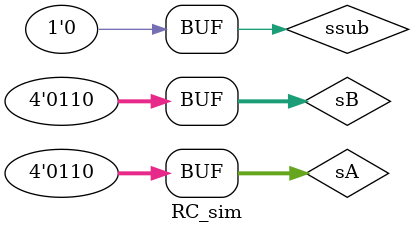
<source format=sv>
`timescale 1ns / 1ps


module RC_sim();

logic [3:0] sA,sB;
logic [4:0] sresult;
logic ssub;

RC_adder UUT(
.Ain(sA), .Bin(sB), .result(sresult),.sub(ssub)
);

initial begin 

sA = 4'b1111;
sB = 4'b1111;
ssub = 1'b0;
#10;
sA = 4'b1111;
sB = 4'b1111;
ssub = 1'b1;
#10;
sA = 4'b1011;
sB = 4'b0101;
ssub = 1'b0;
#10;
sA = 4'b1100;
sB = 4'b1011;
ssub = 1'b0;
#10;
sA = 4'b0011;
sB = 4'b1111;
ssub = 1'b0;
#10;
sA = 4'b1010;
sB = 4'b1101;
ssub = 1'b1;
#10;
sA = 4'b1000;
sB = 4'b0111;
ssub = 1'b0;
#10;
sA = 4'b0011;
sB = 4'b1111;
ssub = 1'b0;
#10;
sA = 4'b1011;
sB = 4'b1010;
ssub = 1'b0;
#10;
sA = 4'b0011;
sB = 4'b1111;
ssub = 1'b1;
#10;
sA = 4'b0011;
sB = 4'b1111;
ssub = 1'b0;
#10;
sA = 4'b0111;
sB = 4'b1011;
ssub = 1'b1;
#10;
sA = 4'b0110;
sB = 4'b0110;
ssub = 1'b0;

end

endmodule

</source>
